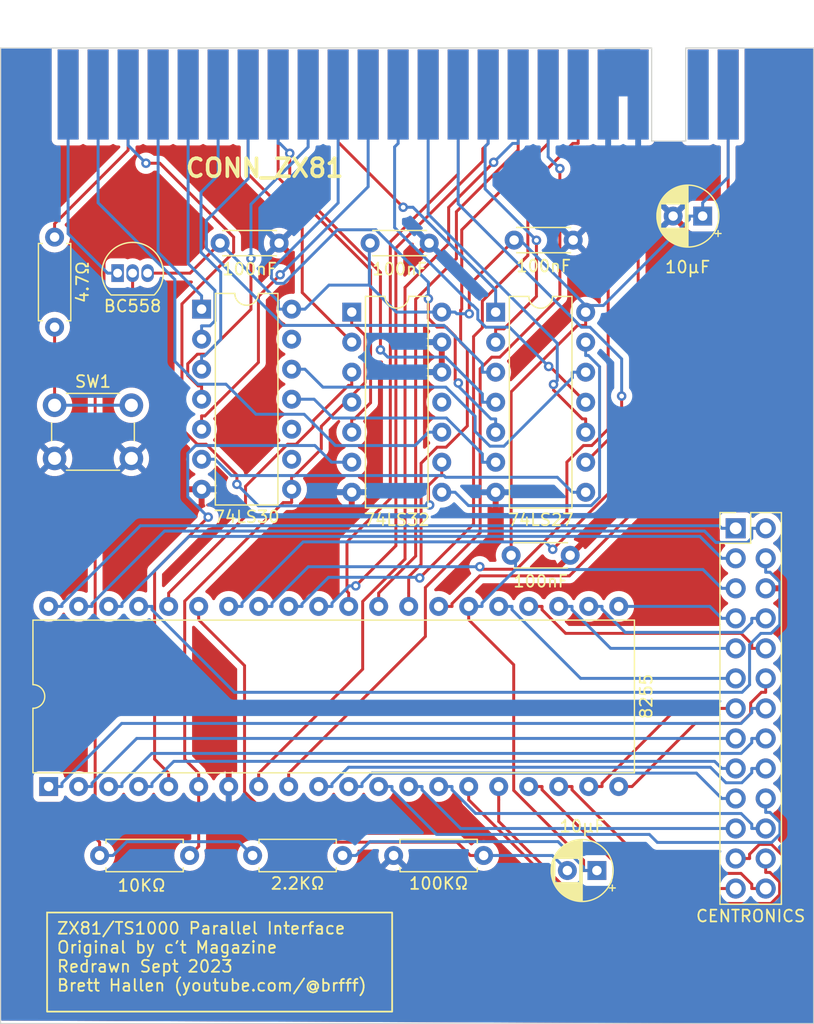
<source format=kicad_pcb>
(kicad_pcb (version 20221018) (generator pcbnew)
  (layers (0 "F.Cu" signal) (31 "B.Cu" signal) (34 "B.Paste" user) (35 "F.Paste" user) (36 "B.SilkS" user "B.Silkscreen") (37 "F.SilkS" user "F.Silkscreen") (38 "B.Mask" user) (39 "F.Mask" user) (44 "Edge.Cuts" user))
  (net 0 "")
  (net 1 "/ZX_D7")
  (net 2 "/ZX_D0")
  (net 3 "/ZX_D1")
  (net 4 "/ZX_D2")
  (net 5 "/ZX_D6")
  (net 6 "/ZX_D5")
  (net 7 "/ZX_D3")
  (net 8 "/ZX_D4")
  (net 9 "/~{MREQ}")
  (net 10 "/~{RD}")
  (net 11 "/~{WR}")
  (net 12 "/~{RESET}")
  (net 13 "VCC")
  (net 14 "GND")
  (net 15 "/ZX_A0")
  (net 16 "/ZX_A1")
  (net 17 "/ZX_A2")
  (net 18 "/ZX_A3")
  (net 19 "/ZX_A15")
  (net 20 "/ZX_A14")
  (net 21 "/ZX_A13")
  (net 22 "/ZX_A12")
  (net 23 "/ZX_A11")
  (net 24 "/ZX_A10")
  (net 25 "/ZX_A9")
  (net 26 "/ZX_A8")
  (net 27 "/ZX_A7")
  (net 28 "/ZX_A6")
  (net 29 "/ZX_A5")
  (net 30 "/ZX_A4")
  (net 31 "/~{ROMCS}")
  (net 32 "Net-(U4-RESET)")
  (net 33 "Net-(Q1-B)")
  (net 34 "Net-(U4-~{CS})")
  (net 35 "Net-(R4-Pad1)")
  (net 36 "Net-(U1-Pad6)")
  (net 37 "Net-(U1-Pad8)")
  (net 38 "Net-(U1-Pad12)")
  (net 39 "Net-(U1-Pad13)")
  (net 40 "Net-(U4-~{WR})")
  (net 41 "Net-(U4-~{RD})")
  (net 43 "/1B")
  (net 44 "/2B")
  (net 45 "/3B")
  (net 46 "/4B")
  (net 47 "/5B")
  (net 48 "/6B")
  (net 49 "/7B")
  (net 50 "/8B")
  (net 51 "/9B")
  (net 52 "/10B")
  (net 53 "/11B")
  (net 54 "/12B")
  (net 55 "/13B")
  (net 56 "/13A")
  (net 57 "/12A")
  (net 58 "/7A")
  (net 59 "/8A")
  (net 60 "/9A")
  (net 61 "/10A")
  (net 62 "/11A")
  (net 63 "/4A")
  (net 64 "/3A")
  (net 65 "/2A")
  (net 66 "/1A")
  (net 67 "/9VDC")
  (net 68 "/CLK")
  (net 69 "/~{RAM_CS}")
  (net 70 "/~{INT}")
  (net 71 "/~{NMI}")
  (net 72 "/~{HALT}")
  (net 73 "/~{IORQ}")
  (net 74 "/~{BUSAK}")
  (net 75 "/~{WAIT}")
  (net 76 "/~{BUSRQ}")
  (net 77 "/~{M1}")
  (net 78 "/~{REFSH}")
  (footprint "Button_Switch_THT:SW_PUSH_6mm_H4.3mm" (layer "F.Cu") (at 99.568 59.944)
    (fp_text reference "SW1")
    (fp_text value "SW_Push")
  )
  (footprint "Resistor_THT:R_Axial_DIN0207_L6.3mm_D2.5mm_P7.62mm_Horizontal" (layer "F.Cu") (at 128.27 98.044)
    (fp_text reference "R3" hide)
    (fp_text value "100KΩ")
  )
  (footprint "Resistor_THT:R_Axial_DIN0207_L6.3mm_D2.5mm_P7.62mm_Horizontal" (layer "F.Cu") (at 116.332 98.044)
    (fp_text reference "R2" hide)
    (fp_text value "2.2KΩ")
  )
  (footprint "Capacitor_THT:C_Disc_D4.3mm_W1.9mm_P5.00mm" (layer "F.Cu") (at 138.216 72.644)
    (fp_text reference "C6" hide)
    (fp_text value "100nF")
  )
  (footprint "Capacitor_THT:C_Disc_D4.3mm_W1.9mm_P5.00mm" (layer "F.Cu") (at 113.578 46.228)
    (fp_text reference "C2" hide)
    (fp_text value "100nF")
  )
  (footprint "Resistor_THT:R_Axial_DIN0207_L6.3mm_D2.5mm_P7.62mm_Horizontal" (layer "F.Cu") (at 110.998 98.044 180)
    (fp_text reference "R1" hide)
    (fp_text value "10KΩ")
  )
  (footprint "Package_DIP:DIP-14_W7.62mm" (layer "F.Cu") (at 136.906 52.07)
    (fp_text reference "U1" hide)
    (fp_text value "74LS27")
  )
  (footprint "Package_TO_SOT_THT:TO-92_Inline" (layer "F.Cu") (at 104.902 48.768)
    (fp_text reference "Q1" hide)
    (fp_text value "BC558")
  )
  (footprint "Connector_PinHeader_2.54mm:PinHeader_2x13_P2.54mm_Vertical" (layer "F.Cu") (at 157.226 70.358)
    (fp_text reference "J1" hide)
    (fp_text value "CENTRONICS")
  )
  (footprint "Resistor_THT:R_Axial_DIN0207_L6.3mm_D2.5mm_P7.62mm_Horizontal" (layer "F.Cu") (at 99.568 53.34 90)
    (fp_text reference "R4" hide)
    (fp_text value "4.7Ω")
  )
  (footprint "Package_DIP:DIP-40_W15.24mm" (layer "F.Cu") (at 99.065 92.207 90)
    (fp_text reference "U4" hide)
    (fp_text value "8255")
  )
  (footprint "Capacitor_THT:CP_Radial_D5.0mm_P2.50mm" (layer "F.Cu") (at 154.432 43.942 180)
    (fp_text reference "C5" hide)
    (fp_text value "10µF")
  )
  (footprint "Capacitor_THT:C_Disc_D4.3mm_W1.9mm_P5.00mm" (layer "F.Cu") (at 138.47 45.974)
    (fp_text reference "C3" hide)
    (fp_text value "100nF")
  )
  (footprint "Package_DIP:DIP-14_W7.62mm" (layer "F.Cu") (at 124.724 52.065)
    (fp_text reference "U2" hide)
    (fp_text value "74LS32")
  )
  (footprint "Capacitor_THT:CP_Radial_D5.0mm_P2.50mm" (layer "F.Cu") (at 145.4771 99.314 180)
    (fp_text reference "C1" hide)
    (fp_text value "10µF")
  )
  (footprint "Capacitor_THT:C_Disc_D4.3mm_W1.9mm_P5.00mm" (layer "F.Cu") (at 126.278 46.228)
    (fp_text reference "C4" hide)
    (fp_text value "100nF")
  )
  (footprint "Package_DIP:DIP-14_W7.62mm" (layer "F.Cu") (at 112.014 51.816)
    (fp_text reference "U3" hide)
    (fp_text value "74LS30")
  )
  (footprint "CluelessEngineer:ZX81_EDGE" (layer "F.Cu") (at 121.666 25.908 180)
    (fp_text reference "BUS1" hide)
    (fp_text value "CONN_ZX81")
  )
  (gr_line (start 150.114 29.718) (end 150.114 37.592) (stroke (width 0.1)) (layer "Edge.Cuts"))
  (gr_line (start 150.114 37.592) (end 153 37.592) (stroke (width 0.1)) (layer "Edge.Cuts"))
  (gr_line (start 163.83 29.718) (end 163.83 112.268) (stroke (width 0.1)) (layer "Edge.Cuts"))
  (gr_line (start 94.996 112.268) (end 95 29.718) (stroke (width 0.1)) (layer "Edge.Cuts"))
  (gr_line (start 94.996 112.268) (end 163.83 112.268) (stroke (width 0.1)) (layer "Edge.Cuts"))
  (gr_line (start 153 29.718) (end 163.83 29.718) (stroke (width 0.1)) (layer "Edge.Cuts"))
  (gr_line (start 95 29.718) (end 150.114 29.718) (stroke (width 0.1)) (layer "Edge.Cuts"))
  (gr_line (start 153 37.592) (end 153 29.718) (stroke (width 0.1)) (layer "Edge.Cuts"))
  (gr_text_box "ZX81/TS1000 Parallel Interface\nOriginal by c't Magazine\nRedrawn Sept 2023\nBrett Hallen (youtube.com/@brfff)" (start 98.933 102.87) (end 128.143 111.252) (layer "F.SilkS") (effects (font (size 1 1)) (justify left top)) (stroke (width 0.15)))
  (segment (start 135.5637 74.3817) (end 143.1529 74.3817) (width 0.25) (layer "F.Cu") (net 1))
  (segment (start 143.1529 74.3817) (end 156.591 60.9436) (width 0.25) (layer "F.Cu") (net 1))
  (segment (start 133.2119 76.967) (end 133.2119 76.7335) (width 0.25) (layer "F.Cu") (net 1))
  (segment (start 132.085 76.967) (end 133.2119 76.967) (width 0.25) (layer "F.Cu") (net 1))
  (segment (start 133.2119 76.7335) (end 135.5637 74.3817) (width 0.25) (layer "F.Cu") (net 1))
  (segment (start 156.591 60.9436) (end 156.591 33.655) (width 0.25) (layer "F.Cu") (net 1))
  (segment (start 148.971 64.9028) (end 148.971 33.655) (width 0.25) (layer "F.Cu") (net 2))
  (segment (start 141.7374 72.1364) (end 148.971 64.9028) (width 0.25) (layer "F.Cu") (net 2))
  (via (at 141.7374 72.1364) (size 0.8) (drill 0.4) (layers "F.Cu" "B.Cu") (net 2))
  (segment (start 141.1083 71.5073) (end 141.7374 72.1364) (width 0.25) (layer "B.Cu") (net 2))
  (segment (start 120.6099 71.5073) (end 141.1083 71.5073) (width 0.25) (layer "B.Cu") (net 2))
  (segment (start 114.305 76.967) (end 115.4319 76.967) (width 0.25) (layer "B.Cu") (net 2))
  (segment (start 115.4319 76.6853) (end 120.6099 71.5073) (width 0.25) (layer "B.Cu") (net 2))
  (segment (start 115.4319 76.967) (end 115.4319 76.6853) (width 0.25) (layer "B.Cu") (net 2))
  (segment (start 145.0451 63.3569) (end 146.431 61.971) (width 0.25) (layer "F.Cu") (net 3))
  (segment (start 146.431 61.971) (end 146.431 33.655) (width 0.25) (layer "F.Cu") (net 3))
  (segment (start 144.3362 63.3569) (end 145.0451 63.3569) (width 0.25) (layer "F.Cu") (net 3))
  (segment (start 135.5652 73.6091) (end 135.779 73.8229) (width 0.25) (layer "F.Cu") (net 3))
  (segment (start 142.9375 64.7556) (end 144.3362 63.3569) (width 0.25) (layer "F.Cu") (net 3))
  (segment (start 138.6734 73.8229) (end 142.9375 69.5588) (width 0.25) (layer "F.Cu") (net 3))
  (segment (start 135.779 73.8229) (end 138.6734 73.8229) (width 0.25) (layer "F.Cu") (net 3))
  (segment (start 142.9375 69.5588) (end 142.9375 64.7556) (width 0.25) (layer "F.Cu") (net 3))
  (via (at 135.5652 73.6091) (size 0.8) (drill 0.4) (layers "F.Cu" "B.Cu") (net 3))
  (segment (start 117.9719 76.6853) (end 121.0481 73.6091) (width 0.25) (layer "B.Cu") (net 3))
  (segment (start 117.9719 76.967) (end 117.9719 76.6853) (width 0.25) (layer "B.Cu") (net 3))
  (segment (start 116.845 76.967) (end 117.9719 76.967) (width 0.25) (layer "B.Cu") (net 3))
  (segment (start 121.0481 73.6091) (end 135.5652 73.6091) (width 0.25) (layer "B.Cu") (net 3))
  (segment (start 139.6321 41.6008) (end 139.6321 47.2816) (width 0.25) (layer "F.Cu") (net 4))
  (segment (start 135.0354 54.1322) (end 135.0354 69.9997) (width 0.25) (layer "F.Cu") (net 4))
  (segment (start 139.6321 47.2816) (end 135.7791 51.1346) (width 0.25) (layer "F.Cu") (net 4))
  (segment (start 135.7791 53.3885) (end 135.0354 54.1322) (width 0.25) (layer "F.Cu") (net 4))
  (segment (start 143.891 37.7919) (end 143.441 37.7919) (width 0.25) (layer "F.Cu") (net 4))
  (segment (start 135.7791 51.1346) (end 135.7791 53.3885) (width 0.25) (layer "F.Cu") (net 4))
  (segment (start 143.891 33.655) (end 143.891 37.7919) (width 0.25) (layer "F.Cu") (net 4))
  (segment (start 135.0354 69.9997) (end 130.4742 74.5609) (width 0.25) (layer "F.Cu") (net 4))
  (segment (start 143.441 37.7919) (end 139.6321 41.6008) (width 0.25) (layer "F.Cu") (net 4))
  (via (at 130.4742 74.5609) (size 0.8) (drill 0.4) (layers "F.Cu" "B.Cu") (net 4))
  (segment (start 119.385 76.967) (end 120.5119 76.967) (width 0.25) (layer "B.Cu") (net 4))
  (segment (start 120.5119 76.7541) (end 122.7631 74.5029) (width 0.25) (layer "B.Cu") (net 4))
  (segment (start 122.7631 74.5029) (end 130.4162 74.5029) (width 0.25) (layer "B.Cu") (net 4))
  (segment (start 130.4162 74.5029) (end 130.4742 74.5609) (width 0.25) (layer "B.Cu") (net 4))
  (segment (start 120.5119 76.967) (end 120.5119 76.7541) (width 0.25) (layer "B.Cu") (net 4))
  (segment (start 130.5922 73.4102) (end 130.5922 64.8578) (width 0.25) (layer "F.Cu") (net 5))
  (segment (start 130.5922 64.8578) (end 131.955 63.495) (width 0.25) (layer "F.Cu") (net 5))
  (segment (start 131.955 63.495) (end 132.714 63.495) (width 0.25) (layer "F.Cu") (net 5))
  (segment (start 134.0365 45.1064) (end 141.351 37.7919) (width 0.25) (layer "F.Cu") (net 5))
  (segment (start 134.5072 61.7018) (end 134.5072 55.2069) (width 0.25) (layer "F.Cu") (net 5))
  (segment (start 134.5072 55.2069) (end 133.9434 54.6431) (width 0.25) (layer "F.Cu") (net 5))
  (segment (start 129.545 74.4574) (end 130.5922 73.4102) (width 0.25) (layer "F.Cu") (net 5))
  (segment (start 141.351 33.655) (end 141.351 37.7919) (width 0.25) (layer "F.Cu") (net 5))
  (segment (start 129.545 76.967) (end 129.545 75.8401) (width 0.25) (layer "F.Cu") (net 5))
  (segment (start 132.714 63.495) (end 134.5072 61.7018) (width 0.25) (layer "F.Cu") (net 5))
  (segment (start 129.545 75.8401) (end 129.545 74.4574) (width 0.25) (layer "F.Cu") (net 5))
  (segment (start 133.9434 51.9045) (end 134.0365 51.8114) (width 0.25) (layer "F.Cu") (net 5))
  (segment (start 133.9434 54.6431) (end 133.9434 51.9045) (width 0.25) (layer "F.Cu") (net 5))
  (segment (start 134.0365 51.8114) (end 134.0365 45.1064) (width 0.25) (layer "F.Cu") (net 5))
  (segment (start 127.005 76.967) (end 127.005 75.8401) (width 0.25) (layer "F.Cu") (net 6))
  (segment (start 138.811 38.3483) (end 133.5845 43.5748) (width 0.25) (layer "F.Cu") (net 6))
  (segment (start 133.5845 43.5748) (end 133.5845 47.5303) (width 0.25) (layer "F.Cu") (net 6))
  (segment (start 130.1334 50.9814) (end 130.1334 72.7117) (width 0.25) (layer "F.Cu") (net 6))
  (segment (start 133.5845 47.5303) (end 130.1334 50.9814) (width 0.25) (layer "F.Cu") (net 6))
  (segment (start 138.811 33.655) (end 138.811 38.3483) (width 0.25) (layer "F.Cu") (net 6))
  (segment (start 130.1334 72.7117) (end 127.005 75.8401) (width 0.25) (layer "F.Cu") (net 6))
  (segment (start 125.0648 75.2298) (end 128.4599 71.8347) (width 0.25) (layer "F.Cu") (net 7))
  (segment (start 128.4599 71.8347) (end 128.4599 46.6456) (width 0.25) (layer "F.Cu") (net 7))
  (segment (start 136.271 33.655) (end 136.271 37.7919) (width 0.25) (layer "F.Cu") (net 7))
  (segment (start 135.8192 38.2437) (end 136.271 37.7919) (width 0.25) (layer "F.Cu") (net 7))
  (segment (start 135.8192 39.2863) (end 135.8192 38.2437) (width 0.25) (layer "F.Cu") (net 7))
  (segment (start 128.4599 46.6456) (end 135.8192 39.2863) (width 0.25) (layer "F.Cu") (net 7))
  (via (at 125.0648 75.2298) (size 0.8) (drill 0.4) (layers "F.Cu" "B.Cu") (net 7))
  (segment (start 123.0519 76.6853) (end 124.5074 75.2298) (width 0.25) (layer "B.Cu") (net 7))
  (segment (start 124.5074 75.2298) (end 125.0648 75.2298) (width 0.25) (layer "B.Cu") (net 7))
  (segment (start 123.0519 76.967) (end 123.0519 76.6853) (width 0.25) (layer "B.Cu") (net 7))
  (segment (start 121.925 76.967) (end 123.0519 76.967) (width 0.25) (layer "B.Cu") (net 7))
  (segment (start 127.9893 67.8379) (end 127.9893 46.1208) (width 0.25) (layer "F.Cu") (net 8))
  (segment (start 124.3196 71.5076) (end 127.9893 67.8379) (width 0.25) (layer "F.Cu") (net 8))
  (segment (start 124.3196 75.6947) (end 124.3196 71.5076) (width 0.25) (layer "F.Cu") (net 8))
  (segment (start 124.465 75.8401) (end 124.3196 75.6947) (width 0.25) (layer "F.Cu") (net 8))
  (segment (start 133.731 40.3791) (end 133.731 33.655) (width 0.25) (layer "F.Cu") (net 8))
  (segment (start 124.465 76.967) (end 124.465 75.8401) (width 0.25) (layer "F.Cu") (net 8))
  (segment (start 127.9893 46.1208) (end 133.731 40.3791) (width 0.25) (layer "F.Cu") (net 8))
  (segment (start 123.571 37.7919) (end 123.676 37.7919) (width 0.25) (layer "F.Cu") (net 9))
  (segment (start 123.676 37.7919) (end 129.0788 43.1947) (width 0.25) (layer "F.Cu") (net 9))
  (segment (start 123.571 33.655) (end 123.571 37.7919) (width 0.25) (layer "F.Cu") (net 9))
  (via (at 129.0788 43.1947) (size 0.8) (drill 0.4) (layers "F.Cu" "B.Cu") (net 9))
  (segment (start 136.906 52.07) (end 136.906 50.1951) (width 0.25) (layer "B.Cu") (net 9))
  (segment (start 129.9056 43.1947) (end 129.0788 43.1947) (width 0.25) (layer "B.Cu") (net 9))
  (segment (start 136.906 50.1951) (end 129.9056 43.1947) (width 0.25) (layer "B.Cu") (net 9))
  (segment (start 126.3173 59.7383) (end 124.9575 61.0981) (width 0.25) (layer "F.Cu") (net 10))
  (segment (start 118.491 40.6825) (end 126.3173 48.5088) (width 0.25) (layer "F.Cu") (net 10))
  (segment (start 126.3173 48.5088) (end 126.3173 59.7383) (width 0.25) (layer "F.Cu") (net 10))
  (segment (start 118.491 33.655) (end 118.491 40.6825) (width 0.25) (layer "F.Cu") (net 10))
  (segment (start 124.724 62.225) (end 124.724 61.0981) (width 0.25) (layer "F.Cu") (net 10))
  (segment (start 124.9575 61.0981) (end 124.724 61.0981) (width 0.25) (layer "F.Cu") (net 10))
  (segment (start 124.724 54.605) (end 120.5306 50.4116) (width 0.25) (layer "F.Cu") (net 11))
  (segment (start 120.5306 44.9641) (end 115.951 40.3845) (width 0.25) (layer "F.Cu") (net 11))
  (segment (start 115.951 40.3845) (end 115.951 33.655) (width 0.25) (layer "F.Cu") (net 11))
  (segment (start 120.5306 50.4116) (end 120.5306 44.9641) (width 0.25) (layer "F.Cu") (net 11))
  (segment (start 105.791 38.3701) (end 105.791 33.655) (width 0.25) (layer "F.Cu") (net 12))
  (segment (start 99.568 44.5931) (end 105.791 38.3701) (width 0.25) (layer "F.Cu") (net 12))
  (segment (start 99.568 45.72) (end 99.568 44.5931) (width 0.25) (layer "F.Cu") (net 12))
  (segment (start 111.038 48.768) (end 107.442 48.768) (width 0.25) (layer "F.Cu") (net 13))
  (segment (start 144.3502 99.314) (end 144.3502 98.4489) (width 0.25) (layer "F.Cu") (net 13))
  (segment (start 138.216 58.8148) (end 138.216 72.644) (width 0.25) (layer "F.Cu") (net 13))
  (segment (start 113.578 46.228) (end 111.038 48.768) (width 0.25) (layer "F.Cu") (net 13))
  (segment (start 134.6703 49.7737) (end 134.6703 52.2055) (width 0.25) (layer "F.Cu") (net 13))
  (segment (start 134.625 76.967) (end 134.625 78.0939) (width 0.25) (layer "F.Cu") (net 13))
  (segment (start 138.47 45.974) (end 134.6703 49.7737) (width 0.25) (layer "F.Cu") (net 13))
  (segment (start 145.4771 99.314) (end 144.3502 99.314) (width 0.25) (layer "F.Cu") (net 13))
  (segment (start 144.526 52.07) (end 144.526 53.1969) (width 0.25) (layer "F.Cu") (net 13))
  (segment (start 144.526 53.1969) (end 143.8339 53.1969) (width 0.25) (layer "F.Cu") (net 13))
  (segment (start 138.435 92.5337) (end 138.435 81.9039) (width 0.25) (layer "F.Cu") (net 13))
  (segment (start 138.435 81.9039) (end 134.625 78.0939) (width 0.25) (layer "F.Cu") (net 13))
  (segment (start 144.3502 98.4489) (end 138.435 92.5337) (width 0.25) (layer "F.Cu") (net 13))
  (segment (start 143.8339 53.1969) (end 138.216 58.8148) (width 0.25) (layer "F.Cu") (net 13))
  (via (at 134.6703 52.2055) (size 0.8) (drill 0.4) (layers "F.Cu" "B.Cu") (net 13))
  (segment (start 123.952 98.044) (end 125.0789 98.044) (width 0.25) (layer "B.Cu") (net 13))
  (segment (start 154.432 43.942) (end 154.432 42.8151) (width 0.25) (layer "B.Cu") (net 13))
  (segment (start 133.6114 52.2055) (end 133.4709 52.065) (width 0.25) (layer "B.Cu") (net 13))
  (segment (start 144.526 52.07) (end 144.526 51.5065) (width 0.25) (layer "B.Cu") (net 13))
  (segment (start 154.4592 73.8481) (end 156.0491 75.438) (width 0.25) (layer "B.Cu") (net 13))
  (segment (start 119.634 51.816) (end 118.5071 51.816) (width 0.25) (layer "B.Cu") (net 13))
  (segment (start 138.5891 73.8481) (end 154.4592 73.8481) (width 0.25) (layer "B.Cu") (net 13))
  (segment (start 144.526 51.5065) (end 146.0223 51.5065) (width 0.25) (layer "B.Cu") (net 13))
  (segment (start 126.2538 96.8691) (end 125.0789 98.044) (width 0.25) (layer "B.Cu") (net 13))
  (segment (start 138.5891 73.8481) (end 138.5891 73.0171) (width 0.25) (layer "B.Cu") (net 13))
  (segment (start 126.2119 49.7826) (end 122.7943 49.7826) (width 0.25) (layer "B.Cu") (net 13))
  (segment (start 126.2119 46.2941) (end 126.2119 49.7826) (width 0.25) (layer "B.Cu") (net 13))
  (segment (start 156.591 40.6561) (end 156.591 33.655) (width 0.25) (layer "B.Cu") (net 13))
  (segment (start 128.4943 52.065) (end 131.2171 52.065) (width 0.25) (layer "B.Cu") (net 13))
  (segment (start 144.3502 99.0323) (end 142.187 96.8691) (width 0.25) (layer "B.Cu") (net 13))
  (segment (start 135.7519 76.6853) (end 138.5891 73.8481) (width 0.25) (layer "B.Cu") (net 13))
  (segment (start 145.4771 99.314) (end 144.3502 99.314) (width 0.25) (layer "B.Cu") (net 13))
  (segment (start 153.3051 44.2237) (end 153.3051 43.942) (width 0.25) (layer "B.Cu") (net 13))
  (segment (start 126.278 46.228) (end 126.2119 46.2941) (width 0.25) (layer "B.Cu") (net 13))
  (segment (start 118.5071 51.816) (end 118.5071 51.1571) (width 0.25) (layer "B.Cu") (net 13))
  (segment (start 138.5891 73.0171) (end 138.216 72.644) (width 0.25) (layer "B.Cu") (net 13))
  (segment (start 126.2119 49.7826) (end 128.4943 52.065) (width 0.25) (layer "B.Cu") (net 13))
  (segment (start 134.625 76.967) (end 135.7519 76.967) (width 0.25) (layer "B.Cu") (net 13))
  (segment (start 154.432 43.942) (end 153.3051 43.942) (width 0.25) (layer "B.Cu") (net 13))
  (segment (start 132.344 52.065) (end 133.4709 52.065) (width 0.25) (layer "B.Cu") (net 13))
  (segment (start 144.3502 99.314) (end 144.3502 99.0323) (width 0.25) (layer "B.Cu") (net 13))
  (segment (start 146.0223 51.5065) (end 153.3051 44.2237) (width 0.25) (layer "B.Cu") (net 13))
  (segment (start 122.7943 49.7826) (end 120.7609 51.816) (width 0.25) (layer "B.Cu") (net 13))
  (segment (start 138.9935 45.974) (end 138.47 45.974) (width 0.25) (layer "B.Cu") (net 13))
  (segment (start 157.226 75.438) (end 156.0491 75.438) (width 0.25) (layer "B.Cu") (net 13))
  (segment (start 142.187 96.8691) (end 126.2538 96.8691) (width 0.25) (layer "B.Cu") (net 13))
  (segment (start 135.7519 76.967) (end 135.7519 76.6853) (width 0.25) (layer "B.Cu") (net 13))
  (segment (start 132.344 52.065) (end 131.2171 52.065) (width 0.25) (layer "B.Cu") (net 13))
  (segment (start 118.5071 51.1571) (end 113.578 46.228) (width 0.25) (layer "B.Cu") (net 13))
  (segment (start 154.432 42.8151) (end 156.591 40.6561) (width 0.25) (layer "B.Cu") (net 13))
  (segment (start 144.526 51.5065) (end 138.9935 45.974) (width 0.25) (layer "B.Cu") (net 13))
  (segment (start 119.634 51.816) (end 120.7609 51.816) (width 0.25) (layer "B.Cu") (net 13))
  (segment (start 134.6703 52.2055) (end 133.6114 52.2055) (width 0.25) (layer "B.Cu") (net 13))
  (segment (start 137.2604 55.88) (end 142.3428 50.7976) (width 0.25) (layer "F.Cu") (net 15))
  (segment (start 136.573 55.88) (end 137.2604 55.88) (width 0.25) (layer "F.Cu") (net 15))
  (segment (start 130.9581 79.507) (end 130.9581 75.3689) (width 0.25) (layer "F.Cu") (net 15))
  (segment (start 119.385 92.207) (end 119.385 91.0801) (width 0.25) (layer "F.Cu") (net 15))
  (segment (start 142.3428 50.7976) (end 142.3428 39.9227) (width 0.25) (layer "F.Cu") (net 15))
  (segment (start 135.5944 56.8586) (end 136.573 55.88) (width 0.25) (layer "F.Cu") (net 15))
  (segment (start 119.385 91.0801) (end 130.9581 79.507) (width 0.25) (layer "F.Cu") (net 15))
  (segment (start 130.9581 75.3689) (end 135.5944 70.7326) (width 0.25) (layer "F.Cu") (net 15))
  (segment (start 135.5944 70.7326) (end 135.5944 56.8586) (width 0.25) (layer "F.Cu") (net 15))
  (via (at 142.3428 39.9227) (size 0.8) (drill 0.4) (layers "F.Cu" "B.Cu") (net 15))
  (segment (start 141.351 33.655) (end 141.351 38.9309) (width 0.25) (layer "B.Cu") (net 15))
  (segment (start 141.351 38.9309) (end 142.3428 39.9227) (width 0.25) (layer "B.Cu") (net 15))
  (segment (start 132.9281 43.2032) (end 136.7402 39.3911) (width 0.25) (layer "F.Cu") (net 16))
  (segment (start 129.2343 49.9802) (end 132.9281 46.2864) (width 0.25) (layer "F.Cu") (net 16))
  (segment (start 116.845 91.0801) (end 125.6489 82.2762) (width 0.25) (layer "F.Cu") (net 16))
  (segment (start 125.6489 82.2762) (end 125.6489 76.5502) (width 0.25) (layer "F.Cu") (net 16))
  (segment (start 125.6489 76.5502) (end 129.2343 72.9648) (width 0.25) (layer "F.Cu") (net 16))
  (segment (start 116.845 92.207) (end 116.845 91.0801) (width 0.25) (layer "F.Cu") (net 16))
  (segment (start 129.2343 72.9648) (end 129.2343 49.9802) (width 0.25) (layer "F.Cu") (net 16))
  (segment (start 132.9281 46.2864) (end 132.9281 43.2032) (width 0.25) (layer "F.Cu") (net 16))
  (via (at 136.7402 39.3911) (size 0.8) (drill 0.4) (layers "F.Cu" "B.Cu") (net 16))
  (segment (start 138.811 33.655) (end 138.811 37.7919) (width 0.25) (layer "B.Cu") (net 16))
  (segment (start 136.7402 39.3911) (end 138.3394 37.7919) (width 0.25) (layer "B.Cu") (net 16))
  (segment (start 138.3394 37.7919) (end 138.811 37.7919) (width 0.25) (layer "B.Cu") (net 16))
  (segment (start 140.359 50.7344) (end 140.359 45.9907) (width 0.25) (layer "F.Cu") (net 17))
  (segment (start 136.906 54.61) (end 136.906 53.4831) (width 0.25) (layer "F.Cu") (net 17))
  (segment (start 137.6103 53.4831) (end 140.359 50.7344) (width 0.25) (layer "F.Cu") (net 17))
  (segment (start 136.906 53.4831) (end 137.6103 53.4831) (width 0.25) (layer "F.Cu") (net 17))
  (via (at 140.359 45.9907) (size 0.8) (drill 0.4) (layers "F.Cu" "B.Cu") (net 17))
  (segment (start 136.0133 38.0496) (end 136.0133 41.645) (width 0.25) (layer "B.Cu") (net 17))
  (segment (start 136.271 33.655) (end 136.271 37.7919) (width 0.25) (layer "B.Cu") (net 17))
  (segment (start 136.271 37.7919) (end 136.0133 38.0496) (width 0.25) (layer "B.Cu") (net 17))
  (segment (start 136.0133 41.645) (end 140.359 45.9907) (width 0.25) (layer "B.Cu") (net 17))
  (segment (start 144.526 64.77) (end 147.5731 61.7229) (width 0.25) (layer "F.Cu") (net 18))
  (segment (start 147.5731 61.7229) (end 147.5731 59.1712) (width 0.25) (layer "F.Cu") (net 18))
  (via (at 147.5731 59.1712) (size 0.8) (drill 0.4) (layers "F.Cu" "B.Cu") (net 18))
  (segment (start 147.5731 59.1712) (end 147.5731 56.0248) (width 0.25) (layer "B.Cu") (net 18))
  (segment (start 144.8883 53.34) (end 144.1716 53.34) (width 0.25) (layer "B.Cu") (net 18))
  (segment (start 133.731 42.8994) (end 133.731 33.655) (width 0.25) (layer "B.Cu") (net 18))
  (segment (start 144.1716 53.34) (end 133.731 42.8994) (width 0.25) (layer "B.Cu") (net 18))
  (segment (start 147.5731 56.0248) (end 144.8883 53.34) (width 0.25) (layer "B.Cu") (net 18))
  (segment (start 144.2443 61.1031) (end 141.8025 58.6613) (width 0.25) (layer "F.Cu") (net 19))
  (segment (start 144.526 61.1031) (end 144.2443 61.1031) (width 0.25) (layer "F.Cu") (net 19))
  (segment (start 144.526 62.23) (end 144.526 61.1031) (width 0.25) (layer "F.Cu") (net 19))
  (segment (start 141.8025 58.6613) (end 141.8025 58.1863) (width 0.25) (layer "F.Cu") (net 19))
  (via (at 141.8025 58.1863) (size 0.8) (drill 0.4) (layers "F.Cu" "B.Cu") (net 19))
  (segment (start 141.8025 58.1863) (end 142.1202 57.8686) (width 0.25) (layer "B.Cu") (net 19))
  (segment (start 142.1202 54.701) (end 131.191 43.7718) (width 0.25) (layer "B.Cu") (net 19))
  (segment (start 131.191 43.7718) (end 131.191 33.655) (width 0.25) (layer "B.Cu") (net 19))
  (segment (start 142.1202 57.8686) (end 142.1202 54.701) (width 0.25) (layer "B.Cu") (net 19))
  (segment (start 141.5014 56.6654) (end 141.3933 56.6654) (width 0.25) (layer "F.Cu") (net 20))
  (segment (start 144.526 59.69) (end 141.5014 56.6654) (width 0.25) (layer "F.Cu") (net 20))
  (via (at 141.3933 56.6654) (size 0.8) (drill 0.4) (layers "F.Cu" "B.Cu") (net 20))
  (segment (start 135.3972 52.6689) (end 136.0683 53.34) (width 0.25) (layer "B.Cu") (net 20))
  (segment (start 134.918 51.4786) (end 134.9714 51.4786) (width 0.25) (layer "B.Cu") (net 20))
  (segment (start 138.0679 53.34) (end 141.3933 56.6654) (width 0.25) (layer "B.Cu") (net 20))
  (segment (start 135.3972 51.9044) (end 135.3972 52.6689) (width 0.25) (layer "B.Cu") (net 20))
  (segment (start 128.651 37.7919) (end 128.3519 38.091) (width 0.25) (layer "B.Cu") (net 20))
  (segment (start 136.0683 53.34) (end 138.0679 53.34) (width 0.25) (layer "B.Cu") (net 20))
  (segment (start 134.9714 51.4786) (end 135.3972 51.9044) (width 0.25) (layer "B.Cu") (net 20))
  (segment (start 128.3519 44.9125) (end 134.918 51.4786) (width 0.25) (layer "B.Cu") (net 20))
  (segment (start 128.3519 38.091) (end 128.3519 44.9125) (width 0.25) (layer "B.Cu") (net 20))
  (segment (start 128.651 33.655) (end 128.651 37.7919) (width 0.25) (layer "B.Cu") (net 20))
  (segment (start 112.014 60.8491) (end 112.2957 60.8491) (width 0.25) (layer "F.Cu") (net 21))
  (segment (start 116.8229 50.7468) (end 118.6636 48.9061) (width 0.25) (layer "F.Cu") (net 21))
  (segment (start 112.2957 60.8491) (end 116.8229 56.3219) (width 0.25) (layer "F.Cu") (net 21))
  (segment (start 116.8229 56.3219) (end 116.8229 50.7468) (width 0.25) (layer "F.Cu") (net 21))
  (segment (start 112.014 61.976) (end 112.014 60.8491) (width 0.25) (layer "F.Cu") (net 21))
  (via (at 118.6636 48.9061) (size 0.8) (drill 0.4) (layers "F.Cu" "B.Cu") (net 21))
  (segment (start 118.6636 48.9061) (end 126.111 41.4587) (width 0.25) (layer "B.Cu") (net 21))
  (segment (start 126.111 41.4587) (end 126.111 33.655) (width 0.25) (layer "B.Cu") (net 21))
  (segment (start 131.2091 52.5987) (end 131.2091 50.9336) (width 0.25) (layer "F.Cu") (net 22))
  (segment (start 133.745 58.0673) (end 133.4813 57.8036) (width 0.25) (layer "F.Cu") (net 22))
  (segment (start 132.7188 53.335) (end 131.9454 53.335) (width 0.25) (layer "F.Cu") (net 22))
  (segment (start 133.4813 57.8036) (end 133.4813 54.0975) (width 0.25) (layer "F.Cu") (net 22))
  (segment (start 131.9454 53.335) (end 131.2091 52.5987) (width 0.25) (layer "F.Cu") (net 22))
  (segment (start 133.4813 54.0975) (end 132.7188 53.335) (width 0.25) (layer "F.Cu") (net 22))
  (via (at 131.2091 50.9336) (size 0.8) (drill 0.4) (layers "F.Cu" "B.Cu") (net 22))
  (via (at 133.745 58.0673) (size 0.8) (drill 0.4) (layers "F.Cu" "B.Cu") (net 22))
  (segment (start 126.7719 45.1011) (end 131.2091 49.5383) (width 0.25) (layer "B.Cu") (net 22))
  (segment (start 136.906 61.1031) (end 136.5131 61.1031) (width 0.25) (layer "B.Cu") (net 22))
  (segment (start 123.571 33.655) (end 123.571 42.8287) (width 0.25) (layer "B.Cu") (net 22))
  (segment (start 131.2091 49.5383) (end 131.2091 50.9336) (width 0.25) (layer "B.Cu") (net 22))
  (segment (start 118.3603 49.6338) (end 118.9731 49.6338) (width 0.25) (layer "B.Cu") (net 22))
  (segment (start 136.5131 61.1031) (end 133.745 58.335) (width 0.25) (layer "B.Cu") (net 22))
  (segment (start 117.9224 48.4773) (end 117.9224 49.1959) (width 0.25) (layer "B.Cu") (net 22))
  (segment (start 123.571 42.8287) (end 117.9224 48.4773) (width 0.25) (layer "B.Cu") (net 22))
  (segment (start 118.9731 49.6338) (end 123.5058 45.1011) (width 0.25) (layer "B.Cu") (net 22))
  (segment (start 123.5058 45.1011) (end 126.7719 45.1011) (width 0.25) (layer "B.Cu") (net 22))
  (segment (start 117.9224 49.1959) (end 118.3603 49.6338) (width 0.25) (layer "B.Cu") (net 22))
  (segment (start 136.906 62.23) (end 136.906 61.1031) (width 0.25) (layer "B.Cu") (net 22))
  (segment (start 133.745 58.335) (end 133.745 58.0673) (width 0.25) (layer "B.Cu") (net 22))
  (segment (start 111.7323 58.3091) (end 110.8403 57.4171) (width 0.25) (layer "F.Cu") (net 23))
  (segment (start 111.6553 55.626) (end 112.3973 55.626) (width 0.25) (layer "F.Cu") (net 23))
  (segment (start 110.8403 57.4171) (end 110.8403 56.441) (width 0.25) (layer "F.Cu") (net 23))
  (segment (start 112.3973 55.626) (end 116.1913 51.832) (width 0.25) (layer "F.Cu") (net 23))
  (segment (start 112.014 59.436) (end 112.014 58.3091) (width 0.25) (layer "F.Cu") (net 23))
  (segment (start 112.014 58.3091) (end 111.7323 58.3091) (width 0.25) (layer "F.Cu") (net 23))
  (segment (start 116.1913 51.832) (end 116.1913 47.5377) (width 0.25) (layer "F.Cu") (net 23))
  (segment (start 110.8403 56.441) (end 111.6553 55.626) (width 0.25) (layer "F.Cu") (net 23))
  (via (at 116.1913 47.5377) (size 0.8) (drill 0.4) (layers "F.Cu" "B.Cu") (net 23))
  (segment (start 116.1913 42.9418) (end 121.031 38.1021) (width 0.25) (layer "B.Cu") (net 23))
  (segment (start 121.031 33.655) (end 121.031 37.7919) (width 0.25) (layer "B.Cu") (net 23))
  (segment (start 116.1913 47.5377) (end 116.1913 42.9418) (width 0.25) (layer "B.Cu") (net 23))
  (segment (start 121.031 38.1021) (end 121.031 37.7919) (width 0.25) (layer "B.Cu") (net 23))
  (segment (start 119.4748 41.0272) (end 119.4748 38.6303) (width 0.25) (layer "F.Cu") (net 24))
  (segment (start 127.1533 48.7057) (end 119.4748 41.0272) (width 0.25) (layer "F.Cu") (net 24))
  (segment (start 127.1533 55.2589) (end 127.1533 48.7057) (width 0.25) (layer "F.Cu") (net 24))
  (via (at 127.1533 55.2589) (size 0.8) (drill 0.4) (layers "F.Cu" "B.Cu") (net 24))
  (via (at 119.4748 38.6303) (size 0.8) (drill 0.4) (layers "F.Cu" "B.Cu") (net 24))
  (segment (start 135.7791 59.69) (end 135.7791 58.9857) (width 0.25) (layer "B.Cu") (net 24))
  (segment (start 119.4748 38.6303) (end 118.6364 37.7919) (width 0.25) (layer "B.Cu") (net 24))
  (segment (start 136.906 59.69) (end 135.7791 59.69) (width 0.25) (layer "B.Cu") (net 24))
  (segment (start 118.6364 37.7919) (end 118.491 37.7919) (width 0.25) (layer "B.Cu") (net 24))
  (segment (start 118.491 33.655) (end 118.491 37.7919) (width 0.25) (layer "B.Cu") (net 24))
  (segment (start 132.6684 55.875) (end 127.7694 55.875) (width 0.25) (layer "B.Cu") (net 24))
  (segment (start 127.7694 55.875) (end 127.1533 55.2589) (width 0.25) (layer "B.Cu") (net 24))
  (segment (start 135.7791 58.9857) (end 132.6684 55.875) (width 0.25) (layer "B.Cu") (net 24))
  (segment (start 135.7791 56.4355) (end 135.7791 57.15) (width 0.25) (layer "B.Cu") (net 25))
  (segment (start 115.951 40.7792) (end 112.4168 44.3134) (width 0.25) (layer "B.Cu") (net 25))
  (segment (start 112.4168 46.6646) (end 118.9441 53.1919) (width 0.25) (layer "B.Cu") (net 25))
  (segment (start 132.5355 53.1919) (end 135.7791 56.4355) (width 0.25) (layer "B.Cu") (net 25))
  (segment (start 118.9441 53.1919) (end 132.5355 53.1919) (width 0.25) (layer "B.Cu") (net 25))
  (segment (start 112.4168 44.3134) (end 112.4168 46.6646) (width 0.25) (layer "B.Cu") (net 25))
  (segment (start 115.951 33.655) (end 115.951 40.7792) (width 0.25) (layer "B.Cu") (net 25))
  (segment (start 136.906 57.15) (end 135.7791 57.15) (width 0.25) (layer "B.Cu") (net 25))
  (segment (start 113.6316 48.687) (end 111.963 47.0184) (width 0.25) (layer "B.Cu") (net 26))
  (segment (start 112.2497 55.7691) (end 113.6316 54.3872) (width 0.25) (layer "B.Cu") (net 26))
  (segment (start 111.963 47.0184) (end 111.963 41.9301) (width 0.25) (layer "B.Cu") (net 26))
  (segment (start 112.014 56.896) (end 112.014 55.7691) (width 0.25) (layer "B.Cu") (net 26))
  (segment (start 112.014 55.7691) (end 112.2497 55.7691) (width 0.25) (layer "B.Cu") (net 26))
  (segment (start 113.6316 54.3872) (end 113.6316 48.687) (width 0.25) (layer "B.Cu") (net 26))
  (segment (start 111.963 41.9301) (end 113.411 40.4821) (width 0.25) (layer "B.Cu") (net 26))
  (segment (start 113.411 40.4821) (end 113.411 33.655) (width 0.25) (layer "B.Cu") (net 26))
  (segment (start 113.1409 50.2314) (end 110.871 47.9615) (width 0.25) (layer "B.Cu") (net 27))
  (segment (start 113.1409 52.8066) (end 113.1409 50.2314) (width 0.25) (layer "B.Cu") (net 27))
  (segment (start 112.014 54.356) (end 112.014 53.2291) (width 0.25) (layer "B.Cu") (net 27))
  (segment (start 112.7184 53.2291) (end 113.1409 52.8066) (width 0.25) (layer "B.Cu") (net 27))
  (segment (start 112.014 53.2291) (end 112.7184 53.2291) (width 0.25) (layer "B.Cu") (net 27))
  (segment (start 110.871 47.9615) (end 110.871 33.655) (width 0.25) (layer "B.Cu") (net 27))
  (segment (start 108.331 47.0061) (end 108.331 33.655) (width 0.25) (layer "B.Cu") (net 28))
  (segment (start 112.014 51.816) (end 112.014 50.6891) (width 0.25) (layer "B.Cu") (net 28))
  (segment (start 112.014 50.6891) (end 108.331 47.0061) (width 0.25) (layer "B.Cu") (net 28))
  (segment (start 131.2171 66.737) (end 131.2171 68.286) (width 0.25) (layer "F.Cu") (net 29))
  (segment (start 114.7243 46.9998) (end 114.7243 45.7164) (width 0.25) (layer "F.Cu") (net 29))
  (segment (start 110.3475 61.9481) (end 110.3475 51.3766) (width 0.25) (layer "F.Cu") (net 29))
  (segment (start 111.6454 63.246) (end 110.3475 61.9481) (width 0.25) (layer "F.Cu") (net 29))
  (segment (start 108.4767 39.4688) (end 107.304 39.4688) (width 0.25) (layer "F.Cu") (net 29))
  (segment (start 112.3978 63.246) (end 111.6454 63.246) (width 0.25) (layer "F.Cu") (net 29))
  (segment (start 132.344 65.8919) (end 132.0622 65.8919) (width 0.25) (layer "F.Cu") (net 29))
  (segment (start 114.7243 45.7164) (end 108.4767 39.4688) (width 0.25) (layer "F.Cu") (net 29))
  (segment (start 132.0622 65.8919) (end 131.2171 66.737) (width 0.25) (layer "F.Cu") (net 29))
  (segment (start 132.344 64.765) (end 132.344 65.8919) (width 0.25) (layer "F.Cu") (net 29))
  (segment (start 115.0029 66.6361) (end 115.0029 65.8511) (width 0.25) (layer "F.Cu") (net 29))
  (segment (start 115.0029 65.8511) (end 112.3978 63.246) (width 0.25) (layer "F.Cu") (net 29))
  (segment (start 107.304 39.4688) (end 107.304 39.4687) (width 0.25) (layer "F.Cu") (net 29))
  (segment (start 110.3475 51.3766) (end 114.7243 46.9998) (width 0.25) (layer "F.Cu") (net 29))
  (segment (start 131.2171 68.286) (end 131.3191 68.388) (width 0.25) (layer "F.Cu") (net 29))
  (via (at 107.304 39.4687) (size 0.8) (drill 0.4) (layers "F.Cu" "B.Cu") (net 29))
  (via (at 115.0029 66.6361) (size 0.8) (drill 0.4) (layers "F.Cu" "B.Cu") (net 29))
  (via (at 131.3191 68.388) (size 0.8) (drill 0.4) (layers "F.Cu" "B.Cu") (net 29))
  (segment (start 131.2479 68.4592) (end 116.826 68.4592) (width 0.25) (layer "B.Cu") (net 29))
  (segment (start 105.791 37.9557) (end 105.791 33.655) (width 0.25) (layer "B.Cu") (net 29))
  (segment (start 116.826 68.4592) (end 115.0029 66.6361) (width 0.25) (layer "B.Cu") (net 29))
  (segment (start 131.3191 68.388) (end 131.2479 68.4592) (width 0.25) (layer "B.Cu") (net 29))
  (segment (start 107.304 39.4687) (end 105.791 37.9557) (width 0.25) (layer "B.Cu") (net 29))
  (segment (start 103.251 33.655) (end 103.251 42.8172) (width 0.25) (layer "B.Cu") (net 30))
  (segment (start 114.0735 58.166) (end 116.615 60.7075) (width 0.25) (layer "B.Cu") (net 30))
  (segment (start 111.6848 58.166) (end 114.0735 58.166) (width 0.25) (layer "B.Cu") (net 30))
  (segment (start 132.344 62.225) (end 131.2171 62.225) (width 0.25) (layer "B.Cu") (net 30))
  (segment (start 109.7498 49.316) (end 109.7498 56.231) (width 0.25) (layer "B.Cu") (net 30))
  (segment (start 109.7498 56.231) (end 111.6848 58.166) (width 0.25) (layer "B.Cu") (net 30))
  (segment (start 103.251 42.8172) (end 109.7498 49.316) (width 0.25) (layer "B.Cu") (net 30))
  (segment (start 120.6903 60.7075) (end 123.3395 63.3567) (width 0.25) (layer "B.Cu") (net 30))
  (segment (start 130.0854 63.3567) (end 131.2171 62.225) (width 0.25) (layer "B.Cu") (net 30))
  (segment (start 116.615 60.7075) (end 120.6903 60.7075) (width 0.25) (layer "B.Cu") (net 30))
  (segment (start 123.3395 63.3567) (end 130.0854 63.3567) (width 0.25) (layer "B.Cu") (net 30))
  (segment (start 104.902 48.768) (end 104.0501 48.768) (width 0.25) (layer "B.Cu") (net 31))
  (segment (start 104.0501 48.768) (end 100.711 45.4289) (width 0.25) (layer "B.Cu") (net 31))
  (segment (start 100.711 45.4289) (end 100.711 33.655) (width 0.25) (layer "B.Cu") (net 31))
  (segment (start 111.765 76.967) (end 111.765 78.0939) (width 0.25) (layer "F.Cu") (net 32))
  (segment (start 115.6489 81.9778) (end 111.765 78.0939) (width 0.25) (layer "F.Cu") (net 32))
  (segment (start 133.6362 96.9171) (end 119.9061 96.9171) (width 0.25) (layer "F.Cu") (net 32))
  (segment (start 115.6489 92.6599) (end 115.6489 81.9778) (width 0.25) (layer "F.Cu") (net 32))
  (segment (start 135.89 98.044) (end 134.7631 98.044) (width 0.25) (layer "F.Cu") (net 32))
  (segment (start 119.9061 96.9171) (end 115.6489 92.6599) (width 0.25) (layer "F.Cu") (net 32))
  (segment (start 134.7631 98.044) (end 133.6362 96.9171) (width 0.25) (layer "F.Cu") (net 32))
  (segment (start 137.0169 98.044) (end 141.7071 98.044) (width 0.25) (layer "B.Cu") (net 32))
  (segment (start 135.89 98.044) (end 137.0169 98.044) (width 0.25) (layer "B.Cu") (net 32))
  (segment (start 141.7071 98.044) (end 142.9771 99.314) (width 0.25) (layer "B.Cu") (net 32))
  (segment (start 103.0007 58.43) (end 103.0007 96.5398) (width 0.25) (layer "F.Cu") (net 33))
  (segment (start 106.172 48.768) (end 106.172 55.2587) (width 0.25) (layer "F.Cu") (net 33))
  (segment (start 106.172 55.2587) (end 103.0007 58.43) (width 0.25) (layer "F.Cu") (net 33))
  (segment (start 103.378 98.044) (end 103.378 96.9171) (width 0.25) (layer "F.Cu") (net 33))
  (segment (start 103.0007 96.5398) (end 103.378 96.9171) (width 0.25) (layer "F.Cu") (net 33))
  (segment (start 105.6742 96.8747) (end 115.1627 96.8747) (width 0.25) (layer "B.Cu") (net 33))
  (segment (start 115.1627 96.8747) (end 116.332 98.044) (width 0.25) (layer "B.Cu") (net 33))
  (segment (start 103.378 98.044) (end 104.5049 98.044) (width 0.25) (layer "B.Cu") (net 33))
  (segment (start 104.5049 98.044) (end 105.6742 96.8747) (width 0.25) (layer "B.Cu") (net 33))
  (segment (start 122.1449 61.7308) (end 124.724 59.1517) (width 0.25) (layer "F.Cu") (net 34))
  (segment (start 111.765 91.0801) (end 110.5833 89.8984) (width 0.25) (layer "F.Cu") (net 34))
  (segment (start 119.634 67.056) (end 119.634 68.1829) (width 0.25) (layer "F.Cu") (net 34))
  (segment (start 119.634 65.9291) (end 119.8675 65.9291) (width 0.25) (layer "F.Cu") (net 34))
  (segment (start 125.8509 58.0248) (end 125.8509 54.037) (width 0.25) (layer "F.Cu") (net 34))
  (segment (start 111.765 97.277) (end 111.765 92.207) (width 0.25) (layer "F.Cu") (net 34))
  (segment (start 125.8509 54.037) (end 125.0058 53.1919) (width 0.25) (layer "F.Cu") (net 34))
  (segment (start 125.0058 53.1919) (end 124.724 53.1919) (width 0.25) (layer "F.Cu") (net 34))
  (segment (start 111.765 92.207) (end 111.765 91.0801) (width 0.25) (layer "F.Cu") (net 34))
  (segment (start 124.724 52.065) (end 124.724 53.1919) (width 0.25) (layer "F.Cu") (net 34))
  (segment (start 118.9195 68.1829) (end 119.634 68.1829) (width 0.25) (layer "F.Cu") (net 34))
  (segment (start 119.8675 65.9291) (end 122.1449 63.6517) (width 0.25) (layer "F.Cu") (net 34))
  (segment (start 110.5833 76.5191) (end 118.9195 68.1829) (width 0.25) (layer "F.Cu") (net 34))
  (segment (start 122.1449 63.6517) (end 122.1449 61.7308) (width 0.25) (layer "F.Cu") (net 34))
  (segment (start 124.724 59.685) (end 124.724 59.1517) (width 0.25) (layer "F.Cu") (net 34))
  (segment (start 110.998 98.044) (end 111.765 97.277) (width 0.25) (layer "F.Cu") (net 34))
  (segment (start 119.634 67.056) (end 119.634 65.9291) (width 0.25) (layer "F.Cu") (net 34))
  (segment (start 124.724 59.1517) (end 125.8509 58.0248) (width 0.25) (layer "F.Cu") (net 34))
  (segment (start 110.5833 89.8984) (end 110.5833 76.5191) (width 0.25) (layer "F.Cu") (net 34))
  (segment (start 99.568 53.34) (end 99.568 59.944) (width 0.25) (layer "F.Cu") (net 35))
  (segment (start 99.568 59.944) (end 106.068 59.944) (width 0.25) (layer "B.Cu") (net 35))
  (segment (start 132.7408 61.0274) (end 123.1277 61.0274) (width 0.25) (layer "B.Cu") (net 36))
  (segment (start 121.5363 59.436) (end 119.634 59.436) (width 0.25) (layer "B.Cu") (net 36))
  (segment (start 135.7791 64.0657) (end 132.7408 61.0274) (width 0.25) (layer "B.Cu") (net 36))
  (segment (start 123.1277 61.0274) (end 121.5363 59.436) (width 0.25) (layer "B.Cu") (net 36))
  (segment (start 136.906 64.77) (end 135.7791 64.77) (width 0.25) (layer "B.Cu") (net 36))
  (segment (start 135.7791 64.77) (end 135.7791 64.0657) (width 0.25) (layer "B.Cu") (net 36))
  (segment (start 132.526 65.8954) (end 132.6706 66.04) (width 0.25) (layer "B.Cu") (net 37))
  (segment (start 112.014 64.516) (end 113.1409 64.516) (width 0.25) (layer "B.Cu") (net 37))
  (segment (start 132.6706 66.04) (end 142.1291 66.04) (width 0.25) (layer "B.Cu") (net 37))
  (segment (start 114.5203 65.8954) (end 132.526 65.8954) (width 0.25) (layer "B.Cu") (net 37))
  (segment (start 113.1409 64.516) (end 114.5203 65.8954) (width 0.25) (layer "B.Cu") (net 37))
  (segment (start 144.526 67.31) (end 143.3991 67.31) (width 0.25) (layer "B.Cu") (net 37))
  (segment (start 142.1291 66.04) (end 143.3991 67.31) (width 0.25) (layer "B.Cu") (net 37))
  (segment (start 132.6948 58.415) (end 135.1672 60.8874) (width 0.25) (layer "B.Cu") (net 38))
  (segment (start 119.634 56.896) (end 120.7609 56.896) (width 0.25) (layer "B.Cu") (net 38))
  (segment (start 144.526 57.15) (end 143.3991 57.15) (width 0.25) (layer "B.Cu") (net 38))
  (segment (start 143.3991 57.6177) (end 143.3991 57.15) (width 0.25) (layer "B.Cu") (net 38))
  (segment (start 122.2799 58.415) (end 132.6948 58.415) (width 0.25) (layer "B.Cu") (net 38))
  (segment (start 120.7609 56.896) (end 122.2799 58.415) (width 0.25) (layer "B.Cu") (net 38))
  (segment (start 136.4204 63.4081) (end 137.6087 63.4081) (width 0.25) (layer "B.Cu") (net 38))
  (segment (start 137.6087 63.4081) (end 143.3991 57.6177) (width 0.25) (layer "B.Cu") (net 38))
  (segment (start 135.1672 62.1549) (end 136.4204 63.4081) (width 0.25) (layer "B.Cu") (net 38))
  (segment (start 135.1672 60.8874) (end 135.1672 62.1549) (width 0.25) (layer "B.Cu") (net 38))
  (segment (start 145.7042 67.7286) (end 144.9951 68.4377) (width 0.25) (layer "B.Cu") (net 39))
  (segment (start 144.9951 68.4377) (end 134.6036 68.4377) (width 0.25) (layer "B.Cu") (net 39))
  (segment (start 145.7042 56.6816) (end 145.7042 67.7286) (width 0.25) (layer "B.Cu") (net 39))
  (segment (start 132.344 67.305) (end 133.4709 67.305) (width 0.25) (layer "B.Cu") (net 39))
  (segment (start 144.526 55.7369) (end 144.7595 55.7369) (width 0.25) (layer "B.Cu") (net 39))
  (segment (start 144.7595 55.7369) (end 145.7042 56.6816) (width 0.25) (layer "B.Cu") (net 39))
  (segment (start 144.526 54.61) (end 144.526 55.7369) (width 0.25) (layer "B.Cu") (net 39))
  (segment (start 134.6036 68.4377) (end 133.4709 67.305) (width 0.25) (layer "B.Cu") (net 39))
  (segment (start 115.7298 66.8107) (end 119.2945 63.246) (width 0.25) (layer "F.Cu") (net 40))
  (segment (start 109.225 76.967) (end 109.225 75.8401) (width 0.25) (layer "F.Cu") (net 40))
  (segment (start 120.0118 63.246) (end 121.4595 61.7983) (width 0.25) (layer "F.Cu") (net 40))
  (segment (start 115.7298 69.3353) (end 115.7298 66.8107) (width 0.25) (layer "F.Cu") (net 40))
  (segment (start 119.2945 63.246) (end 120.0118 63.246) (width 0.25) (layer "F.Cu") (net 40))
  (segment (start 121.4595 61.2547) (end 124.4423 58.2719) (width 0.25) (layer "F.Cu") (net 40))
  (segment (start 124.724 57.145) (end 124.724 58.2719) (width 0.25) (layer "F.Cu") (net 40))
  (segment (start 124.4423 58.2719) (end 124.724 58.2719) (width 0.25) (layer "F.Cu") (net 40))
  (segment (start 121.4595 61.7983) (end 121.4595 61.2547) (width 0.25) (layer "F.Cu") (net 40))
  (segment (start 109.225 75.8401) (end 115.7298 69.3353) (width 0.25) (layer "F.Cu") (net 40))
  (segment (start 109.225 92.207) (end 109.225 91.0801) (width 0.25) (layer "F.Cu") (net 41))
  (segment (start 112.5712 69.4149) (end 108.0344 73.9517) (width 0.25) (layer "F.Cu") (net 41))
  (segment (start 108.0344 73.9517) (end 108.0344 89.8895) (width 0.25) (layer "F.Cu") (net 41))
  (segment (start 108.0344 89.8895) (end 109.225 91.0801) (width 0.25) (layer "F.Cu") (net 41))
  (via (at 112.5712 69.4149) (size 0.8) (drill 0.4) (layers "F.Cu" "B.Cu") (net 41))
  (segment (start 123.0181 64.765) (end 121.6076 63.3545) (width 0.25) (layer "B.Cu") (net 41))
  (segment (start 110.8405 64.0183) (end 110.8405 67.6842) (width 0.25) (layer "B.Cu") (net 41))
  (segment (start 110.8405 67.6842) (end 112.5712 69.4149) (width 0.25) (layer "B.Cu") (net 41))
  (segment (start 121.6076 63.3545) (end 111.5043 63.3545) (width 0.25) (layer "B.Cu") (net 41))
  (segment (start 111.5043 63.3545) (end 110.8405 64.0183) (width 0.25) (layer "B.Cu") (net 41))
  (segment (start 124.724 64.765) (end 123.0181 64.765) (width 0.25) (layer "B.Cu") (net 41))
  (segment (start 99.065 92.207) (end 100.1919 92.207) (width 0.25) (layer "B.Cu") (net 43))
  (segment (start 105.2492 86.868) (end 157.6849 86.868) (width 0.25) (layer "B.Cu") (net 43))
  (segment (start 159.766 85.598) (end 158.5891 85.598) (width 0.25) (layer "B.Cu") (net 43))
  (segment (start 157.6849 86.868) (end 158.5891 85.9638) (width 0.25) (layer "B.Cu") (net 43))
  (segment (start 158.5891 85.9638) (end 158.5891 85.598) (width 0.25) (layer "B.Cu") (net 43))
  (segment (start 100.1919 92.207) (end 100.1919 91.9253) (width 0.25) (layer "B.Cu") (net 43))
  (segment (start 100.1919 91.9253) (end 105.2492 86.868) (width 0.25) (layer "B.Cu") (net 43))
  (segment (start 106.5192 88.138) (end 157.226 88.138) (width 0.25) (layer "B.Cu") (net 44))
  (segment (start 102.7319 92.207) (end 102.7319 91.9253) (width 0.25) (layer "B.Cu") (net 44))
  (segment (start 102.7319 91.9253) (end 106.5192 88.138) (width 0.25) (layer "B.Cu") (net 44))
  (segment (start 101.605 92.207) (end 102.7319 92.207) (width 0.25) (layer "B.Cu") (net 44))
  (segment (start 157.6864 89.4065) (end 158.5891 88.5038) (width 0.25) (layer "B.Cu") (net 45))
  (segment (start 158.5891 88.5038) (end 158.5891 88.138) (width 0.25) (layer "B.Cu") (net 45))
  (segment (start 105.2719 92.207) (end 105.2719 91.9253) (width 0.25) (layer "B.Cu") (net 45))
  (segment (start 107.7907 89.4065) (end 157.6864 89.4065) (width 0.25) (layer "B.Cu") (net 45))
  (segment (start 104.145 92.207) (end 105.2719 92.207) (width 0.25) (layer "B.Cu") (net 45))
  (segment (start 105.2719 91.9253) (end 107.7907 89.4065) (width 0.25) (layer "B.Cu") (net 45))
  (segment (start 159.766 88.138) (end 158.5891 88.138) (width 0.25) (layer "B.Cu") (net 45))
  (segment (start 157.226 90.678) (end 156.0491 90.678) (width 0.25) (layer "B.Cu") (net 46))
  (segment (start 107.8119 92.207) (end 107.8119 91.9253) (width 0.25) (layer "B.Cu") (net 46))
  (segment (start 106.685 92.207) (end 107.8119 92.207) (width 0.25) (layer "B.Cu") (net 46))
  (segment (start 155.4488 90.0777) (end 156.0491 90.678) (width 0.25) (layer "B.Cu") (net 46))
  (segment (start 109.6595 90.0777) (end 155.4488 90.0777) (width 0.25) (layer "B.Cu") (net 46))
  (segment (start 107.8119 91.9253) (end 109.6595 90.0777) (width 0.25) (layer "B.Cu") (net 46))
  (segment (start 121.925 92.207) (end 123.0519 92.207) (width 0.25) (layer "B.Cu") (net 47))
  (segment (start 156.4053 91.8908) (end 157.7441 91.8908) (width 0.25) (layer "B.Cu") (net 47))
  (segment (start 157.7441 91.8908) (end 158.5891 91.0458) (width 0.25) (layer "B.Cu") (net 47))
  (segment (start 123.0519 92.207) (end 123.0519 91.9735) (width 0.25) (layer "B.Cu") (net 47))
  (segment (start 159.766 90.678) (end 158.5891 90.678) (width 0.25) (layer "B.Cu") (net 47))
  (segment (start 155.0904 90.5759) (end 156.4053 91.8908) (width 0.25) (layer "B.Cu") (net 47))
  (segment (start 124.4495 90.5759) (end 155.0904 90.5759) (width 0.25) (layer "B.Cu") (net 47))
  (segment (start 158.5891 91.0458) (end 158.5891 90.678) (width 0.25) (layer "B.Cu") (net 47))
  (segment (start 123.0519 91.9735) (end 124.4495 90.5759) (width 0.25) (layer "B.Cu") (net 47))
  (segment (start 124.465 92.207) (end 125.5919 92.207) (width 0.25) (layer "B.Cu") (net 48))
  (segment (start 153.9031 91.072) (end 156.0491 93.218) (width 0.25) (layer "B.Cu") (net 48))
  (segment (start 157.226 93.218) (end 156.0491 93.218) (width 0.25) (layer "B.Cu") (net 48))
  (segment (start 126.4452 91.072) (end 153.9031 91.072) (width 0.25) (layer "B.Cu") (net 48))
  (segment (start 125.5919 92.207) (end 125.5919 91.9253) (width 0.25) (layer "B.Cu") (net 48))
  (segment (start 125.5919 91.9253) (end 126.4452 91.072) (width 0.25) (layer "B.Cu") (net 48))
  (segment (start 149.9184 96.2608) (end 150.5957 96.9381) (width 0.25) (layer "B.Cu") (net 49))
  (segment (start 160.9705 96.2442) (end 160.9705 95.2336) (width 0.25) (layer "B.Cu") (net 49))
  (segment (start 160.2766 96.9381) (end 160.9705 96.2442) (width 0.25) (layer "B.Cu") (net 49))
  (segment (start 131.904 96.2608) (end 149.9184 96.2608) (width 0.25) (layer "B.Cu") (net 49))
  (segment (start 159.766 93.218) (end 159.766 94.3949) (width 0.25) (layer "B.Cu") (net 49))
  (segment (start 128.1319 92.4887) (end 131.904 96.2608) (width 0.25) (layer "B.Cu") (net 49))
  (segment (start 150.5957 96.9381) (end 160.2766 96.9381) (width 0.25) (layer "B.Cu") (net 49))
  (segment (start 160.9705 95.2336) (end 160.1318 94.3949) (width 0.25) (layer "B.Cu") (net 49))
  (segment (start 128.1319 92.207) (end 128.1319 92.4887) (width 0.25) (layer "B.Cu") (net 49))
  (segment (start 160.1318 94.3949) (end 159.766 94.3949) (width 0.25) (layer "B.Cu") (net 49))
  (segment (start 127.005 92.207) (end 128.1319 92.207) (width 0.25) (layer "B.Cu") (net 49))
  (segment (start 129.545 92.207) (end 130.6719 92.207) (width 0.25) (layer "B.Cu") (net 50))
  (segment (start 133.9412 95.758) (end 130.6719 92.4887) (width 0.25) (layer "B.Cu") (net 50))
  (segment (start 157.226 95.758) (end 133.9412 95.758) (width 0.25) (layer "B.Cu") (net 50))
  (segment (start 130.6719 92.4887) (end 130.6719 92.207) (width 0.25) (layer "B.Cu") (net 50))
  (segment (start 157.6849 94.488) (end 158.5891 95.3922) (width 0.25) (layer "B.Cu") (net 51))
  (segment (start 133.2119 92.4887) (end 135.2112 94.488) (width 0.25) (layer "B.Cu") (net 51))
  (segment (start 135.2112 94.488) (end 157.6849 94.488) (width 0.25) (layer "B.Cu") (net 51))
  (segment (start 158.5891 95.3922) (end 158.5891 95.758) (width 0.25) (layer "B.Cu") (net 51))
  (segment (start 132.085 92.207) (end 133.2119 92.207) (width 0.25) (layer "B.Cu") (net 51))
  (segment (start 133.2119 92.207) (end 133.2119 92.4887) (width 0.25) (layer "B.Cu") (net 51))
  (segment (start 159.766 95.758) (end 158.5891 95.758) (width 0.25) (layer "B.Cu") (net 51))
  (segment (start 161.4356 98.2814) (end 160.2605 97.1063) (width 0.25) (layer "F.Cu") (net 52))
  (segment (start 161.4356 101.5521) (end 161.4356 98.2814) (width 0.25) (layer "F.Cu") (net 52))
  (segment (start 134.625 92.207) (end 134.625 93.3339) (width 0.25) (layer "F.Cu") (net 52))
  (segment (start 160.2605 97.1063) (end 159.2288 97.1063) (width 0.25) (layer "F.Cu") (net 52))
  (segment (start 157.226 98.298) (end 158.4029 98.298) (width 0.25) (layer "F.Cu") (net 52))
  (segment (start 159.2288 97.1063) (end 158.4029 97.9322) (width 0.25) (layer "F.Cu") (net 52))
  (segment (start 143.8865 102.5954) (end 160.3923 102.5954) (width 0.25) (layer "F.Cu") (net 52))
  (segment (start 160.3923 102.5954) (end 161.4356 101.5521) (width 0.25) (layer "F.Cu") (net 52))
  (segment (start 158.4029 97.9322) (end 158.4029 98.298) (width 0.25) (layer "F.Cu") (net 52))
  (segment (start 134.625 93.3339) (end 143.8865 102.5954) (width 0.25) (layer "F.Cu") (net 52))
  (segment (start 160.9429 100.286) (end 160.9429 101.3666) (width 0.25) (layer "F.Cu") (net 53))
  (segment (start 137.165 92.207) (end 137.165 93.3339) (width 0.25) (layer "F.Cu") (net 53))
  (segment (start 160.9429 101.3666) (end 160.2044 102.1051) (width 0.25) (layer "F.Cu") (net 53))
  (segment (start 137.165 95.1575) (end 137.165 93.3339) (width 0.25) (layer "F.Cu") (net 53))
  (segment (start 159.766 98.298) (end 159.766 99.4749) (width 0.25) (layer "F.Cu") (net 53))
  (segment (start 159.766 99.4749) (end 160.1318 99.4749) (width 0.25) (layer "F.Cu") (net 53))
  (segment (start 160.1318 99.4749) (end 160.9429 100.286) (width 0.25) (layer "F.Cu") (net 53))
  (segment (start 144.1126 102.1051) (end 137.165 95.1575) (width 0.25) (layer "F.Cu") (net 53))
  (segment (start 160.2044 102.1051) (end 144.1126 102.1051) (width 0.25) (layer "F.Cu") (net 53))
  (segment (start 140.8319 92.4789) (end 149.191 100.838) (width 0.25) (layer "F.Cu") (net 54))
  (segment (start 140.8319 92.207) (end 140.8319 92.4789) (width 0.25) (layer "F.Cu") (net 54))
  (segment (start 149.191 100.838) (end 157.226 100.838) (width 0.25) (layer "F.Cu") (net 54))
  (segment (start 139.705 92.207) (end 140.8319 92.207) (width 0.25) (layer "F.Cu") (net 54))
  (segment (start 150.4422 99.559) (end 143.3719 92.4887) (width 0.25) (layer "F.Cu") (net 55))
  (segment (start 159.766 100.838) (end 158.5891 100.838) (width 0.25) (layer "F.Cu") (net 55))
  (segment (start 143.3719 92.4887) (end 143.3719 92.207) (width 0.25) (layer "F.Cu") (net 55))
  (segment (start 157.6759 99.559) (end 150.4422 99.559) (width 0.25) (layer "F.Cu") (net 55))
  (segment (start 142.245 92.207) (end 143.3719 92.207) (width 0.25) (layer "F.Cu") (net 55))
  (segment (start 158.5891 100.4722) (end 157.6759 99.559) (width 0.25) (layer "F.Cu") (net 55))
  (segment (start 158.5891 100.838) (end 158.5891 100.4722) (width 0.25) (layer "F.Cu") (net 55))
  (segment (start 145.9119 91.9253) (end 152.2392 85.598) (width 0.25) (layer "F.Cu") (net 56))
  (segment (start 144.785 92.207) (end 145.9119 92.207) (width 0.25) (layer "F.Cu") (net 56))
  (segment (start 145.9119 92.207) (end 145.9119 91.9253) (width 0.25) (layer "F.Cu") (net 56))
  (segment (start 152.2392 85.598) (end 157.226 85.598) (width 0.25) (layer "F.Cu") (net 56))
  (segment (start 158.496 86.0289) (end 158.496 85.1391) (width 0.25) (layer "F.Cu") (net 57))
  (segment (start 157.6569 86.868) (end 158.496 86.0289) (width 0.25) (layer "F.Cu") (net 57))
  (segment (start 159.766 83.058) (end 159.766 84.2349) (width 0.25) (layer "F.Cu") (net 57))
  (segment (start 148.4519 92.207) (end 153.7909 86.868) (width 0.25) (layer "F.Cu") (net 57))
  (segment (start 158.496 85.1391) (end 159.4002 84.2349) (width 0.25) (layer "F.Cu") (net 57))
  (segment (start 153.7909 86.868) (end 157.6569 86.868) (width 0.25) (layer "F.Cu") (net 57))
  (segment (start 147.325 92.207) (end 148.4519 92.207) (width 0.25) (layer "F.Cu") (net 57))
  (segment (start 159.4002 84.2349) (end 159.766 84.2349) (width 0.25) (layer "F.Cu") (net 57))
  (segment (start 157.226 77.978) (end 156.0491 77.978) (width 0.25) (layer "B.Cu") (net 58))
  (segment (start 147.325 76.967) (end 155.0381 76.967) (width 0.25) (layer "B.Cu") (net 58))
  (segment (start 155.0381 76.967) (end 156.0491 77.978) (width 0.25) (layer "B.Cu") (net 58))
  (segment (start 145.9119 77.2005) (end 145.9119 76.967) (width 0.25) (layer "B.Cu") (net 59))
  (segment (start 158.5891 77.978) (end 158.5891 78.3458) (width 0.25) (layer "B.Cu") (net 59))
  (segment (start 158.5891 78.3458) (end 157.7711 79.1638) (width 0.25) (layer "B.Cu") (net 59))
  (segment (start 157.7711 79.1638) (end 147.8752 79.1638) (width 0.25) (layer "B.Cu") (net 59))
  (segment (start 159.766 77.978) (end 158.5891 77.978) (width 0.25) (layer "B.Cu") (net 59))
  (segment (start 144.785 76.967) (end 145.9119 76.967) (width 0.25) (layer "B.Cu") (net 59))
  (segment (start 147.8752 79.1638) (end 145.9119 77.2005) (width 0.25) (layer "B.Cu") (net 59))
  (segment (start 146.6412 80.518) (end 143.3719 77.2487) (width 0.25) (layer "B.Cu") (net 60))
  (segment (start 157.226 80.518) (end 146.6412 80.518) (width 0.25) (layer "B.Cu") (net 60))
  (segment (start 143.3719 77.2487) (end 143.3719 76.967) (width 0.25) (layer "B.Cu") (net 60))
  (segment (start 142.245 76.967) (end 143.3719 76.967) (width 0.25) (layer "B.Cu") (net 60))
  (segment (start 142.8312 79.248) (end 157.6849 79.248) (width 0.25) (layer "F.Cu") (net 61))
  (segment (start 140.8319 76.967) (end 140.8319 77.2487) (width 0.25) (layer "F.Cu") (net 61))
  (segment (start 157.6849 79.248) (end 158.5891 80.1522) (width 0.25) (layer "F.Cu") (net 61))
  (segment (start 140.8319 77.2487) (end 142.8312 79.248) (width 0.25) (layer "F.Cu") (net 61))
  (segment (start 139.705 76.967) (end 140.8319 76.967) (width 0.25) (layer "F.Cu") (net 61))
  (segment (start 158.5891 80.1522) (end 158.5891 80.518) (width 0.25) (layer "F.Cu") (net 61))
  (segment (start 159.766 80.518) (end 158.5891 80.518) (width 0.25) (layer "F.Cu") (net 61))
  (segment (start 144.1012 83.058) (end 157.226 83.058) (width 0.25) (layer "B.Cu") (net 62))
  (segment (start 138.2919 76.967) (end 138.2919 77.2487) (width 0.25) (layer "B.Cu") (net 62))
  (segment (start 137.165 76.967) (end 138.2919 76.967) (width 0.25) (layer "B.Cu") (net 62))
  (segment (start 138.2919 77.2487) (end 144.1012 83.058) (width 0.25) (layer "B.Cu") (net 62))
  (segment (start 160.9615 74.9046) (end 160.1318 74.0749) (width 0.25) (layer "B.Cu") (net 63))
  (segment (start 160.9615 78.5153) (end 160.9615 74.9046) (width 0.25) (layer "B.Cu") (net 63))
  (segment (start 159.357 79.248) (end 160.2288 79.248) (width 0.25) (layer "B.Cu") (net 63))
  (segment (start 158.4029 83.6001) (end 158.4029 80.2021) (width 0.25) (layer "B.Cu") (net 63))
  (segment (start 160.2288 79.248) (end 160.9615 78.5153) (width 0.25) (layer "B.Cu") (net 63))
  (segment (start 107.8119 76.967) (end 107.8119 77.2487) (width 0.25) (layer "B.Cu") (net 63))
  (segment (start 114.7989 84.2357) (end 157.7673 84.2357) (width 0.25) (layer "B.Cu") (net 63))
  (segment (start 157.7673 84.2357) (end 158.4029 83.6001) (width 0.25) (layer "B.Cu") (net 63))
  (segment (start 160.1318 74.0749) (end 159.766 74.0749) (width 0.25) (layer "B.Cu") (net 63))
  (segment (start 106.685 76.967) (end 107.8119 76.967) (width 0.25) (layer "B.Cu") (net 63))
  (segment (start 158.4029 80.2021) (end 159.357 79.248) (width 0.25) (layer "B.Cu") (net 63))
  (segment (start 159.766 72.898) (end 159.766 74.0749) (width 0.25) (layer "B.Cu") (net 63))
  (segment (start 107.8119 77.2487) (end 114.7989 84.2357) (width 0.25) (layer "B.Cu") (net 63))
  (segment (start 110.9422 71.0456) (end 105.2719 76.7159) (width 0.25) (layer "B.Cu") (net 64))
  (segment (start 105.2719 76.7159) (end 105.2719 76.967) (width 0.25) (layer "B.Cu") (net 64))
  (segment (start 157.226 72.898) (end 156.0491 72.898) (width 0.25) (layer "B.Cu") (net 64))
  (segment (start 156.0491 72.898) (end 154.1967 71.0456) (width 0.25) (layer "B.Cu") (net 64))
  (segment (start 104.145 76.967) (end 105.2719 76.967) (width 0.25) (layer "B.Cu") (net 64))
  (segment (start 154.1967 71.0456) (end 110.9422 71.0456) (width 0.25) (layer "B.Cu") (net 64))
  (segment (start 158.5891 71.1903) (end 158.2218 71.5576) (width 0.25) (layer "B.Cu") (net 65))
  (segment (start 154.587 70.5937) (end 108.8751 70.5937) (width 0.25) (layer "B.Cu") (net 65))
  (segment (start 155.5509 71.5576) (end 154.587 70.5937) (width 0.25) (layer "B.Cu") (net 65))
  (segment (start 159.766 70.358) (end 158.5891 70.358) (width 0.25) (layer "B.Cu") (net 65))
  (segment (start 102.7319 76.7369) (end 102.7319 76.967) (width 0.25) (layer "B.Cu") (net 65))
  (segment (start 108.8751 70.5937) (end 102.7319 76.7369) (width 0.25) (layer "B.Cu") (net 65))
  (segment (start 158.2218 71.5576) (end 155.5509 71.5576) (width 0.25) (layer "B.Cu") (net 65))
  (segment (start 101.605 76.967) (end 102.7319 76.967) (width 0.25) (layer "B.Cu") (net 65))
  (segment (start 158.5891 70.358) (end 158.5891 71.1903) (width 0.25) (layer "B.Cu") (net 65))
  (segment (start 100.1919 76.7775) (end 100.1919 76.967) (width 0.25) (layer "B.Cu") (net 66))
  (segment (start 157.226 70.358) (end 156.0491 70.358) (width 0.25) (layer "B.Cu") (net 66))
  (segment (start 99.065 76.967) (end 100.1919 76.967) (width 0.25) (layer "B.Cu") (net 66))
  (segment (start 155.8329 70.1418) (end 106.8276 70.1418) (width 0.25) (layer "B.Cu") (net 66))
  (segment (start 156.0491 70.358) (end 155.8329 70.1418) (width 0.25) (layer "B.Cu") (net 66))
  (segment (start 106.8276 70.1418) (end 100.1919 76.7775) (width 0.25) (layer "B.Cu") (net 66))
  (zone (net 14) (net_name "GND") (layers "F&B.Cu") (connect_pads (clearance 0.5)) (min_thickness 0.25) (fill yes (thermal_gap 0.5) (thermal_bridge_width 0.5))
    (polygon (pts (xy 94.996 29.718) (xy 150.114 29.718) (xy 150.114 37.592) (xy 153.162 37.592) (xy 152.908 29.718) (xy 163.83 29.718) (xy 163.83 112.268) (xy 94.996 112.014)))
  )
)
</source>
